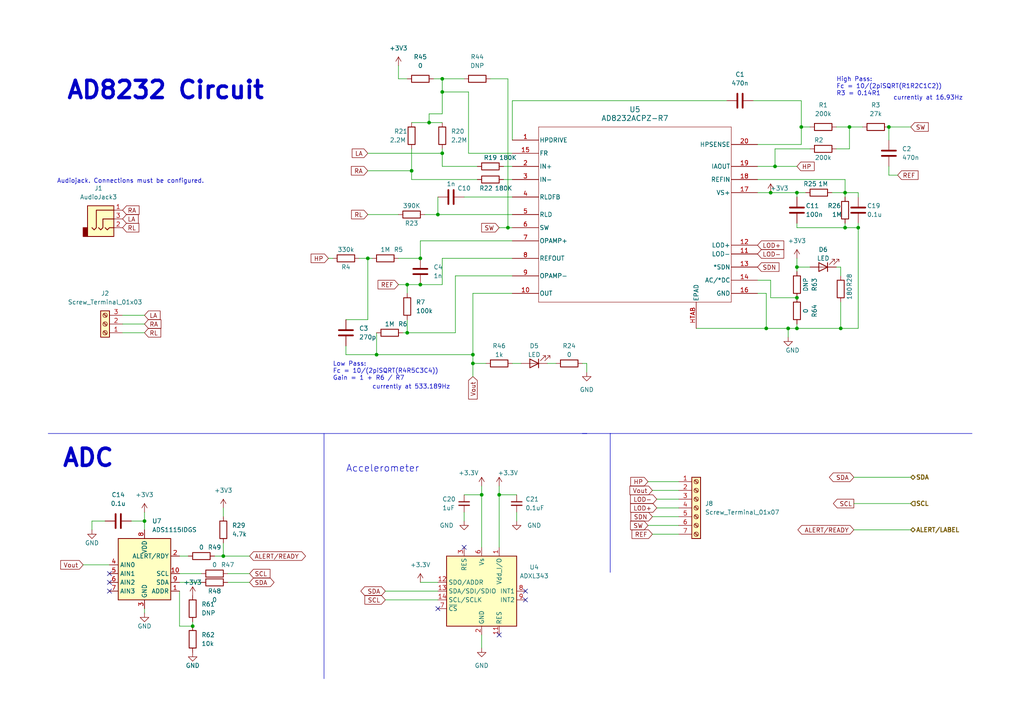
<source format=kicad_sch>
(kicad_sch (version 20230121) (generator eeschema)
  (paper "A4")
  (title_block (title "EMG Schematic") (company "Generate Product Development Studio"))
  (lib_symbols
    (symbol "AD8232ACPZ-R7:AD8232ACPZ-R7" (pin_names (offset 0.254))
      (property "Reference" "U5" (at 43.18 -1.27 0))
      (property "Value" "AD8232ACPZ-R7" (at 43.18 -3.81 0))
      (symbol "AD8232ACPZ-R7_0_1"
        (polyline (pts (xy 15.24 -57.15) (xy 71.12 -57.15)) (stroke (width 0.127)))
        (polyline (pts (xy 15.24 -6.35) (xy 15.24 -57.15)) (stroke (width 0.127)))
        (polyline (pts (xy 71.12 -57.15) (xy 71.12 -6.35)) (stroke (width 0.127)))
        (polyline (pts (xy 71.12 -6.35) (xy 15.24 -6.35)) (stroke (width 0.127)))
        (pin output line (at 7.62 -10.16 0) (length 7.62) (name "HPDRIVE") (number "1"))
        (pin output line (at 7.62 -54.61 0) (length 7.62) (name "OUT") (number "10"))
        (pin output line (at 78.74 -43.18 180) (length 7.62) (name "LOD-") (number "11"))
        (pin output line (at 78.74 -40.64 180) (length 7.62) (name "LOD+") (number "12"))
        (pin input line (at 78.74 -46.99 180) (length 7.62) (name "*SDN") (number "13"))
        (pin input line (at 78.74 -50.8 180) (length 7.62) (name "AC/*DC") (number "14"))
        (pin input line (at 7.62 -13.97 0) (length 7.62) (name "FR") (number "15"))
        (pin power_in line (at 78.74 -54.61 180) (length 7.62) (name "GND") (number "16"))
        (pin power_in line (at 78.74 -25.4 180) (length 7.62) (name "VS+") (number "17"))
        (pin input line (at 78.74 -21.59 180) (length 7.62) (name "REFIN") (number "18"))
        (pin output line (at 78.74 -17.78 180) (length 7.62) (name "IAOUT") (number "19"))
        (pin input line (at 7.62 -17.78 0) (length 7.62) (name "IN+") (number "2"))
        (pin input line (at 78.74 -11.43 180) (length 7.62) (name "HPSENSE") (number "20"))
        (pin input line (at 7.62 -21.59 0) (length 7.62) (name "IN-") (number "3"))
        (pin input line (at 7.62 -26.67 0) (length 7.62) (name "RLDFB") (number "4"))
        (pin output line (at 7.62 -31.75 0) (length 7.62) (name "RLD") (number "5"))
        (pin output line (at 7.62 -35.56 0) (length 7.62) (name "SW") (number "6"))
        (pin input line (at 7.62 -39.37 0) (length 7.62) (name "OPAMP+") (number "7"))
        (pin output line (at 7.62 -44.45 0) (length 7.62) (name "REFOUT") (number "8"))
        (pin input line (at 7.62 -49.53 0) (length 7.62) (name "OPAMP-") (number "9"))
        (pin unspecified line (at 60.96 -64.77 90) (length 7.62) (name "EPAD") (number "HTAB"))
      )
    )
    (symbol "Analog_ADC:ADS1115IDGS"
      (property "Reference" "U" (at 2.54 13.97 0))
      (property "Value" "ADS1115IDGS" (at 7.62 11.43 0))
      (symbol "ADS1115IDGS_0_1"
        (rectangle (start -7.62 10.16) (end 7.62 -7.62) (stroke (width 0.254)) (fill (type background)))
      )
      (symbol "ADS1115IDGS_1_1"
        (pin input line (at 10.16 -5.08 180) (length 2.54) (name "ADDR") (number "1"))
        (pin input line (at 10.16 0 180) (length 2.54) (name "SCL") (number "10"))
        (pin output line (at 10.16 5.08 180) (length 2.54) (name "ALERT/RDY") (number "2"))
        (pin power_in line (at 0 -10.16 90) (length 2.54) (name "GND") (number "3"))
        (pin input line (at -10.16 2.54 0) (length 2.54) (name "AIN0") (number "4"))
        (pin input line (at -10.16 0 0) (length 2.54) (name "AIN1") (number "5"))
        (pin input line (at -10.16 -2.54 0) (length 2.54) (name "AIN2") (number "6"))
        (pin input line (at -10.16 -5.08 0) (length 2.54) (name "AIN3") (number "7"))
        (pin power_in line (at 0 12.7 270) (length 2.54) (name "VDD") (number "8"))
        (pin bidirectional line (at 10.16 -2.54 180) (length 2.54) (name "SDA") (number "9"))
      )
    )
    (symbol "Connector:Screw_Terminal_01x03" (pin_names (offset 1.016) hide)
      (property "Reference" "J" (at 0 5.08 0))
      (property "Value" "Screw_Terminal_01x03" (at 0 -5.08 0))
      (symbol "Screw_Terminal_01x03_1_1"
        (rectangle (start -1.27 3.81) (end 1.27 -3.81) (stroke (width 0.254)) (fill (type background)))
        (circle (center 0 -2.54) (radius 0.635) (stroke (width 0.1524)))
        (polyline (pts (xy -0.5334 -2.2098) (xy 0.3302 -3.048)) (stroke (width 0.1524)))
        (polyline (pts (xy -0.5334 0.3302) (xy 0.3302 -0.508)) (stroke (width 0.1524)))
        (polyline (pts (xy -0.5334 2.8702) (xy 0.3302 2.032)) (stroke (width 0.1524)))
        (polyline (pts (xy -0.3556 -2.032) (xy 0.508 -2.8702)) (stroke (width 0.1524)))
        (polyline (pts (xy -0.3556 0.508) (xy 0.508 -0.3302)) (stroke (width 0.1524)))
        (polyline (pts (xy -0.3556 3.048) (xy 0.508 2.2098)) (stroke (width 0.1524)))
        (circle (center 0 0) (radius 0.635) (stroke (width 0.1524)))
        (circle (center 0 2.54) (radius 0.635) (stroke (width 0.1524)))
        (pin passive line (at -5.08 2.54 0) (length 3.81) (name "Pin_1") (number "1"))
        (pin passive line (at -5.08 0 0) (length 3.81) (name "Pin_2") (number "2"))
        (pin passive line (at -5.08 -2.54 0) (length 3.81) (name "Pin_3") (number "3"))
      )
    )
    (symbol "Connector:Screw_Terminal_01x07" (pin_names (offset 1.016) hide)
      (property "Reference" "J" (at 0 10.16 0))
      (property "Value" "Screw_Terminal_01x07" (at 0 -10.16 0))
      (symbol "Screw_Terminal_01x07_1_1"
        (rectangle (start -1.27 8.89) (end 1.27 -8.89) (stroke (width 0.254)) (fill (type background)))
        (circle (center 0 -7.62) (radius 0.635) (stroke (width 0.1524)))
        (circle (center 0 -5.08) (radius 0.635) (stroke (width 0.1524)))
        (circle (center 0 -2.54) (radius 0.635) (stroke (width 0.1524)))
        (polyline (pts (xy -0.5334 -7.2898) (xy 0.3302 -8.128)) (stroke (width 0.1524)))
        (polyline (pts (xy -0.5334 -4.7498) (xy 0.3302 -5.588)) (stroke (width 0.1524)))
        (polyline (pts (xy -0.5334 -2.2098) (xy 0.3302 -3.048)) (stroke (width 0.1524)))
        (polyline (pts (xy -0.5334 0.3302) (xy 0.3302 -0.508)) (stroke (width 0.1524)))
        (polyline (pts (xy -0.5334 2.8702) (xy 0.3302 2.032)) (stroke (width 0.1524)))
        (polyline (pts (xy -0.5334 5.4102) (xy 0.3302 4.572)) (stroke (width 0.1524)))
        (polyline (pts (xy -0.5334 7.9502) (xy 0.3302 7.112)) (stroke (width 0.1524)))
        (polyline (pts (xy -0.3556 -7.112) (xy 0.508 -7.9502)) (stroke (width 0.1524)))
        (polyline (pts (xy -0.3556 -4.572) (xy 0.508 -5.4102)) (stroke (width 0.1524)))
        (polyline (pts (xy -0.3556 -2.032) (xy 0.508 -2.8702)) (stroke (width 0.1524)))
        (polyline (pts (xy -0.3556 0.508) (xy 0.508 -0.3302)) (stroke (width 0.1524)))
        (polyline (pts (xy -0.3556 3.048) (xy 0.508 2.2098)) (stroke (width 0.1524)))
        (polyline (pts (xy -0.3556 5.588) (xy 0.508 4.7498)) (stroke (width 0.1524)))
        (polyline (pts (xy -0.3556 8.128) (xy 0.508 7.2898)) (stroke (width 0.1524)))
        (circle (center 0 0) (radius 0.635) (stroke (width 0.1524)))
        (circle (center 0 2.54) (radius 0.635) (stroke (width 0.1524)))
        (circle (center 0 5.08) (radius 0.635) (stroke (width 0.1524)))
        (circle (center 0 7.62) (radius 0.635) (stroke (width 0.1524)))
        (pin passive line (at -5.08 7.62 0) (length 3.81) (name "Pin_1") (number "1"))
        (pin passive line (at -5.08 5.08 0) (length 3.81) (name "Pin_2") (number "2"))
        (pin passive line (at -5.08 2.54 0) (length 3.81) (name "Pin_3") (number "3"))
        (pin passive line (at -5.08 0 0) (length 3.81) (name "Pin_4") (number "4"))
        (pin passive line (at -5.08 -2.54 0) (length 3.81) (name "Pin_5") (number "5"))
        (pin passive line (at -5.08 -5.08 0) (length 3.81) (name "Pin_6") (number "6"))
        (pin passive line (at -5.08 -7.62 0) (length 3.81) (name "Pin_7") (number "7"))
      )
    )
    (symbol "Connector_Audio:AudioJack3"
      (property "Reference" "J1" (at -1.905 8.89 0))
      (property "Value" "AudioJack3" (at -1.905 6.35 0))
      (symbol "AudioJack3_0_1"
        (rectangle (start -5.08 -5.08) (end -6.35 -2.54) (stroke (width 0.254)) (fill (type outline)))
        (polyline (pts (xy 0 -2.54) (xy 0.635 -3.175) (xy 1.27 -2.54) (xy 2.54 -2.54)) (stroke (width 0.254)))
        (polyline (pts (xy -1.905 -2.54) (xy -1.27 -3.175) (xy -0.635 -2.54) (xy -0.635 0) (xy 2.54 0)) (stroke (width 0.254)))
        (polyline (pts (xy 2.54 2.54) (xy -2.54 2.54) (xy -2.54 -2.54) (xy -3.175 -3.175) (xy -3.81 -2.54)) (stroke (width 0.254)))
        (rectangle (start 2.54 3.81) (end -5.08 -5.08) (stroke (width 0.254)) (fill (type background)))
      )
      (symbol "AudioJack3_1_1"
        (pin passive line (at 5.08 2.54 180) (length 2.54) (name "~") (number "1"))
        (pin passive line (at 5.08 -2.54 180) (length 2.54) (name "~") (number "2"))
        (pin passive line (at 5.08 0 180) (length 2.54) (name "~") (number "3"))
      )
    )
    (symbol "Device:C" (pin_numbers hide) (pin_names (offset 0.254))
      (property "Reference" "C" (at 0.635 2.54 0))
      (property "Value" "C" (at 0.635 -2.54 0))
      (symbol "C_0_1"
        (polyline (pts (xy -2.032 -0.762) (xy 2.032 -0.762)) (stroke (width 0.508)))
        (polyline (pts (xy -2.032 0.762) (xy 2.032 0.762)) (stroke (width 0.508)))
      )
      (symbol "C_1_1"
        (pin passive line (at 0 3.81 270) (length 2.794) (name "~") (number "1"))
        (pin passive line (at 0 -3.81 90) (length 2.794) (name "~") (number "2"))
      )
    )
    (symbol "Device:C_Small" (pin_numbers hide) (pin_names (offset 0.254) hide)
      (property "Reference" "C" (at 0.254 1.778 0))
      (property "Value" "C_Small" (at 0.254 -2.032 0))
      (symbol "C_Small_0_1"
        (polyline (pts (xy -1.524 -0.508) (xy 1.524 -0.508)) (stroke (width 0.3302)))
        (polyline (pts (xy -1.524 0.508) (xy 1.524 0.508)) (stroke (width 0.3048)))
      )
      (symbol "C_Small_1_1"
        (pin passive line (at 0 2.54 270) (length 2.032) (name "~") (number "1"))
        (pin passive line (at 0 -2.54 90) (length 2.032) (name "~") (number "2"))
      )
    )
    (symbol "Device:LED" (pin_numbers hide) (pin_names (offset 1.016) hide)
      (property "Reference" "D" (at 0 2.54 0))
      (property "Value" "LED" (at 0 -2.54 0))
      (symbol "LED_0_1"
        (polyline (pts (xy -1.27 -1.27) (xy -1.27 1.27)) (stroke (width 0.254)))
        (polyline (pts (xy -1.27 0) (xy 1.27 0)))
        (polyline (pts (xy 1.27 -1.27) (xy 1.27 1.27) (xy -1.27 0) (xy 1.27 -1.27)) (stroke (width 0.254)))
        (polyline (pts (xy -3.048 -0.762) (xy -4.572 -2.286) (xy -3.81 -2.286) (xy -4.572 -2.286) (xy -4.572 -1.524)))
        (polyline (pts (xy -1.778 -0.762) (xy -3.302 -2.286) (xy -2.54 -2.286) (xy -3.302 -2.286) (xy -3.302 -1.524)))
      )
      (symbol "LED_1_1"
        (pin passive line (at -3.81 0 0) (length 2.54) (name "K") (number "1"))
        (pin passive line (at 3.81 0 180) (length 2.54) (name "A") (number "2"))
      )
    )
    (symbol "Device:R" (pin_numbers hide) (pin_names (offset 0))
      (property "Reference" "R" (at 2.032 0 90))
      (property "Value" "R" (at 0 0 90))
      (symbol "R_0_1"
        (rectangle (start -1.016 -2.54) (end 1.016 2.54) (stroke (width 0.254)))
      )
      (symbol "R_1_1"
        (pin passive line (at 0 3.81 270) (length 1.27) (name "~") (number "1"))
        (pin passive line (at 0 -3.81 90) (length 1.27) (name "~") (number "2"))
      )
    )
    (symbol "Sensor_Motion:ADXL343"
      (property "Reference" "U" (at -8.89 11.43 0))
      (property "Value" "ADXL343" (at -7.62 -11.43 0))
      (symbol "ADXL343_0_1"
        (rectangle (start -10.16 10.16) (end 10.16 -10.16) (stroke (width 0.254)) (fill (type background)))
      )
      (symbol "ADXL343_1_1"
        (pin power_in line (at 5.08 12.7 270) (length 2.54) (name "Vdd_I/O") (number "1"))
        (pin no_connect line (at -5.08 -10.16 90) (length 2.54) hide (name "NC") (number "10"))
        (pin passive line (at 5.08 -12.7 90) (length 2.54) (name "RES") (number "11"))
        (pin bidirectional line (at -12.7 2.54 0) (length 2.54) (name "SDO/ADDR") (number "12"))
        (pin bidirectional line (at -12.7 0 0) (length 2.54) (name "SDA/SDI/SDIO") (number "13"))
        (pin input line (at -12.7 -2.54 0) (length 2.54) (name "SCL/SCLK") (number "14"))
        (pin power_in line (at 0 -12.7 90) (length 2.54) (name "GND") (number "2"))
        (pin passive line (at -5.08 12.7 270) (length 2.54) (name "RES") (number "3"))
        (pin passive line (at 0 -12.7 90) (length 2.54) hide (name "GND") (number "4"))
        (pin passive line (at 0 -12.7 90) (length 2.54) hide (name "GND") (number "5"))
        (pin power_in line (at 0 12.7 270) (length 2.54) (name "Vs") (number "6"))
        (pin input line (at -12.7 -5.08 0) (length 2.54) (name "~{CS}") (number "7"))
        (pin output line (at 12.7 0 180) (length 2.54) (name "INT1") (number "8"))
        (pin output line (at 12.7 -2.54 180) (length 2.54) (name "INT2") (number "9"))
      )
    )
    (symbol "power:+3.3V" (power) (pin_names (offset 0))
      (property "Value" "+3.3V" (at 0 3.556 0))
      (symbol "+3.3V_0_1"
        (polyline (pts (xy -0.762 1.27) (xy 0 2.54)))
        (polyline (pts (xy 0 0) (xy 0 2.54)))
        (polyline (pts (xy 0 2.54) (xy 0.762 1.27)))
      )
      (symbol "+3.3V_1_1"
        (pin power_in line (at 0 0 90) (length 0) hide (name "+3.3V") (number "1"))
      )
    )
    (symbol "power:+3V3" (power) (pin_names (offset 0))
      (property "Value" "+3V3" (at 0 3.556 0))
      (symbol "+3V3_0_1"
        (polyline (pts (xy -0.762 1.27) (xy 0 2.54)))
        (polyline (pts (xy 0 0) (xy 0 2.54)))
        (polyline (pts (xy 0 2.54) (xy 0.762 1.27)))
      )
      (symbol "+3V3_1_1"
        (pin power_in line (at 0 0 90) (length 0) hide (name "+3V3") (number "1"))
      )
    )
    (symbol "power:GND" (power) (pin_names (offset 0))
      (property "Value" "GND" (at 0 -3.81 0))
      (symbol "GND_0_1"
        (polyline (pts (xy 0 0) (xy 0 -1.27) (xy 1.27 -1.27) (xy 0 -2.54) (xy -1.27 -1.27) (xy 0 -1.27)))
      )
      (symbol "GND_1_1"
        (pin power_in line (at 0 0 270) (length 0) hide (name "GND") (number "1"))
      )
    )
  )
  (junction (at 222.25 95.25))
  (junction (at 124.46 35.56))
  (junction (at 128.27 22.86))
  (junction (at 137.16 102.87))
  (junction (at 144.78 143.51))
  (junction (at 128.27 26.67))
  (junction (at 246.38 36.83))
  (junction (at 231.14 95.25))
  (junction (at 119.38 49.53))
  (junction (at 245.11 66.04))
  (junction (at 228.6 95.25))
  (junction (at 248.92 66.04))
  (junction (at 121.92 74.93))
  (junction (at 231.14 77.47))
  (junction (at 137.16 105.41))
  (junction (at 257.81 36.83))
  (junction (at 243.84 95.25))
  (junction (at 118.11 82.55))
  (junction (at 139.7 143.51))
  (junction (at 147.32 66.04))
  (junction (at 245.11 55.88))
  (junction (at 121.92 82.55))
  (junction (at 127 62.23))
  (junction (at 223.52 55.88))
  (junction (at 109.22 102.87))
  (junction (at 106.68 74.93))
  (junction (at 231.14 86.36))
  (junction (at 128.27 44.45))
  (junction (at 55.88 181.61))
  (junction (at 232.41 36.83))
  (junction (at 64.77 161.29))
  (junction (at 118.11 96.52))
  (junction (at 41.91 151.13))
  (junction (at 231.14 55.88))
  (junction (at 224.79 48.26))
  (no_connect (at 127 176.53))
  (no_connect (at 152.4 171.45))
  (no_connect (at 31.75 171.45))
  (no_connect (at 31.75 168.91))
  (no_connect (at 152.4 173.99))
  (no_connect (at 134.62 158.75))
  (no_connect (at 31.75 166.37))
  (no_connect (at 144.78 184.15))
  (wire (pts (xy 119.38 52.07) (xy 119.38 49.53)))
  (wire (pts (xy 243.84 95.25) (xy 243.84 87.63)))
  (wire (pts (xy 257.81 36.83) (xy 264.16 36.83)))
  (wire (pts (xy 231.14 64.77) (xy 231.14 66.04)))
  (polyline (pts (xy 13.97 125.73) (xy 170.18 125.73)))
  (wire (pts (xy 228.6 97.79) (xy 228.6 95.25)))
  (wire (pts (xy 219.71 55.88) (xy 223.52 55.88)))
  (wire (pts (xy 118.11 96.52) (xy 132.08 96.52)))
  (wire (pts (xy 246.38 36.83) (xy 246.38 43.18)))
  (wire (pts (xy 119.38 43.18) (xy 119.38 49.53)))
  (wire (pts (xy 245.11 66.04) (xy 248.92 66.04)))
  (wire (pts (xy 137.16 105.41) (xy 140.97 105.41)))
  (wire (pts (xy 121.92 168.91) (xy 127 168.91)))
  (wire (pts (xy 118.11 92.71) (xy 118.11 96.52)))
  (wire (pts (xy 52.07 161.29) (xy 54.61 161.29)))
  (wire (pts (xy 135.89 26.67) (xy 128.27 26.67)))
  (wire (pts (xy 118.11 82.55) (xy 118.11 85.09)))
  (wire (pts (xy 121.92 82.55) (xy 118.11 82.55)))
  (wire (pts (xy 147.32 66.04) (xy 148.59 66.04)))
  (wire (pts (xy 100.33 102.87) (xy 109.22 102.87)))
  (wire (pts (xy 242.57 36.83) (xy 246.38 36.83)))
  (wire (pts (xy 52.07 166.37) (xy 58.42 166.37)))
  (wire (pts (xy 147.32 66.04) (xy 147.32 22.86)))
  (wire (pts (xy 41.91 151.13) (xy 41.91 153.67)))
  (wire (pts (xy 52.07 181.61) (xy 55.88 181.61)))
  (wire (pts (xy 106.68 92.71) (xy 100.33 92.71)))
  (wire (pts (xy 224.79 43.18) (xy 234.95 43.18)))
  (wire (pts (xy 231.14 77.47) (xy 234.95 77.47)))
  (wire (pts (xy 116.84 96.52) (xy 118.11 96.52)))
  (wire (pts (xy 231.14 66.04) (xy 245.11 66.04)))
  (wire (pts (xy 26.67 151.13) (xy 26.67 153.67)))
  (wire (pts (xy 66.04 168.91) (xy 72.39 168.91)))
  (wire (pts (xy 242.57 43.18) (xy 246.38 43.18)))
  (wire (pts (xy 111.76 171.45) (xy 127 171.45)))
  (wire (pts (xy 232.41 41.91) (xy 232.41 36.83)))
  (wire (pts (xy 170.18 105.41) (xy 170.18 107.95)))
  (wire (pts (xy 128.27 33.02) (xy 124.46 33.02)))
  (wire (pts (xy 128.27 44.45) (xy 128.27 48.26)))
  (wire (pts (xy 219.71 48.26) (xy 224.79 48.26)))
  (wire (pts (xy 64.77 147.32) (xy 64.77 149.86)))
  (wire (pts (xy 138.43 52.07) (xy 119.38 52.07)))
  (wire (pts (xy 248.92 64.77) (xy 248.92 66.04)))
  (wire (pts (xy 41.91 177.8) (xy 41.91 176.53)))
  (wire (pts (xy 128.27 43.18) (xy 128.27 44.45)))
  (wire (pts (xy 219.71 52.07) (xy 245.11 52.07)))
  (wire (pts (xy 41.91 151.13) (xy 41.91 148.59)))
  (wire (pts (xy 147.32 22.86) (xy 142.24 22.86)))
  (wire (pts (xy 137.16 102.87) (xy 137.16 105.41)))
  (wire (pts (xy 104.14 74.93) (xy 106.68 74.93)))
  (wire (pts (xy 246.38 36.83) (xy 250.19 36.83)))
  (wire (pts (xy 257.81 48.26) (xy 257.81 50.8)))
  (wire (pts (xy 115.57 19.05) (xy 115.57 22.86)))
  (wire (pts (xy 121.92 69.85) (xy 148.59 69.85)))
  (wire (pts (xy 38.1 151.13) (xy 41.91 151.13)))
  (wire (pts (xy 148.59 44.45) (xy 135.89 44.45)))
  (wire (pts (xy 245.11 52.07) (xy 245.11 55.88)))
  (wire (pts (xy 109.22 102.87) (xy 137.16 102.87)))
  (wire (pts (xy 124.46 35.56) (xy 128.27 35.56)))
  (wire (pts (xy 248.92 57.15) (xy 248.92 55.88)))
  (wire (pts (xy 231.14 74.93) (xy 231.14 77.47)))
  (wire (pts (xy 55.88 180.34) (xy 55.88 181.61)))
  (wire (pts (xy 139.7 143.51) (xy 139.7 158.75)))
  (wire (pts (xy 30.48 151.13) (xy 26.67 151.13)))
  (wire (pts (xy 137.16 105.41) (xy 137.16 109.22)))
  (wire (pts (xy 138.43 48.26) (xy 128.27 48.26)))
  (wire (pts (xy 144.78 143.51) (xy 149.86 143.51)))
  (wire (pts (xy 228.6 95.25) (xy 222.25 95.25)))
  (wire (pts (xy 224.79 43.18) (xy 224.79 48.26)))
  (wire (pts (xy 189.23 142.24) (xy 196.85 142.24)))
  (wire (pts (xy 241.3 55.88) (xy 245.11 55.88)))
  (wire (pts (xy 231.14 77.47) (xy 231.14 78.74)))
  (wire (pts (xy 124.46 33.02) (xy 124.46 35.56)))
  (wire (pts (xy 219.71 41.91) (xy 232.41 41.91)))
  (wire (pts (xy 106.68 62.23) (xy 115.57 62.23)))
  (wire (pts (xy 148.59 29.21) (xy 148.59 40.64)))
  (wire (pts (xy 128.27 82.55) (xy 121.92 82.55)))
  (wire (pts (xy 190.5 144.78) (xy 196.85 144.78)))
  (wire (pts (xy 257.81 50.8) (xy 260.35 50.8)))
  (wire (pts (xy 247.65 146.05) (xy 264.16 146.05)))
  (wire (pts (xy 52.07 168.91) (xy 58.42 168.91)))
  (wire (pts (xy 66.04 166.37) (xy 72.39 166.37)))
  (wire (pts (xy 243.84 95.25) (xy 248.92 95.25)))
  (wire (pts (xy 128.27 74.93) (xy 128.27 82.55)))
  (wire (pts (xy 148.59 29.21) (xy 210.82 29.21)))
  (wire (pts (xy 232.41 36.83) (xy 234.95 36.83)))
  (polyline (pts (xy 168.91 125.73) (xy 170.18 125.73)))
  (wire (pts (xy 187.96 139.7) (xy 196.85 139.7)))
  (wire (pts (xy 123.19 62.23) (xy 127 62.23)))
  (wire (pts (xy 231.14 55.88) (xy 233.68 55.88)))
  (wire (pts (xy 223.52 81.28) (xy 223.52 86.36)))
  (wire (pts (xy 146.05 52.07) (xy 148.59 52.07)))
  (wire (pts (xy 139.7 140.97) (xy 139.7 143.51)))
  (wire (pts (xy 148.59 85.09) (xy 137.16 85.09)))
  (wire (pts (xy 96.52 74.93) (xy 95.25 74.93)))
  (wire (pts (xy 128.27 22.86) (xy 128.27 26.67)))
  (wire (pts (xy 189.23 154.94) (xy 196.85 154.94)))
  (wire (pts (xy 106.68 44.45) (xy 128.27 44.45)))
  (wire (pts (xy 128.27 22.86) (xy 134.62 22.86)))
  (wire (pts (xy 127 62.23) (xy 148.59 62.23)))
  (wire (pts (xy 144.78 66.04) (xy 147.32 66.04)))
  (wire (pts (xy 248.92 55.88) (xy 245.11 55.88)))
  (wire (pts (xy 119.38 35.56) (xy 124.46 35.56)))
  (wire (pts (xy 106.68 74.93) (xy 106.68 92.71)))
  (wire (pts (xy 128.27 33.02) (xy 128.27 26.67)))
  (wire (pts (xy 228.6 95.25) (xy 231.14 95.25)))
  (polyline (pts (xy 176.9872 166.0144) (xy 176.9872 125.73)))
  (polyline (pts (xy 170.18 125.73) (xy 281.94 125.73)))
  (wire (pts (xy 248.92 66.04) (xy 248.92 95.25)))
  (wire (pts (xy 219.71 81.28) (xy 223.52 81.28)))
  (wire (pts (xy 223.52 55.88) (xy 231.14 55.88)))
  (wire (pts (xy 119.38 49.53) (xy 106.68 49.53)))
  (polyline (pts (xy 176.9872 125.73) (xy 177.0888 125.73)))
  (wire (pts (xy 135.89 44.45) (xy 135.89 26.67)))
  (wire (pts (xy 231.14 93.98) (xy 231.14 95.25)))
  (wire (pts (xy 232.41 29.21) (xy 232.41 36.83)))
  (wire (pts (xy 146.05 48.26) (xy 148.59 48.26)))
  (wire (pts (xy 139.7 184.15) (xy 139.7 187.96)))
  (wire (pts (xy 231.14 55.88) (xy 231.14 57.15)))
  (wire (pts (xy 115.57 22.86) (xy 118.11 22.86)))
  (wire (pts (xy 134.62 143.51) (xy 139.7 143.51)))
  (wire (pts (xy 35.56 91.44) (xy 41.91 91.44)))
  (wire (pts (xy 52.07 171.45) (xy 52.07 181.61)))
  (wire (pts (xy 100.33 100.33) (xy 100.33 102.87)))
  (wire (pts (xy 247.65 153.67) (xy 264.16 153.67)))
  (wire (pts (xy 109.22 96.52) (xy 109.22 102.87)))
  (wire (pts (xy 125.73 22.86) (xy 128.27 22.86)))
  (polyline (pts (xy 93.98 125.73) (xy 93.98 196.85)))
  (wire (pts (xy 127 57.15) (xy 127 62.23)))
  (wire (pts (xy 144.78 140.97) (xy 144.78 143.51)))
  (wire (pts (xy 223.52 86.36) (xy 231.14 86.36)))
  (wire (pts (xy 218.44 29.21) (xy 232.41 29.21)))
  (wire (pts (xy 190.5 147.32) (xy 196.85 147.32)))
  (wire (pts (xy 257.81 36.83) (xy 257.81 40.64)))
  (wire (pts (xy 149.86 148.59) (xy 149.86 151.13)))
  (wire (pts (xy 35.56 93.98) (xy 41.91 93.98)))
  (wire (pts (xy 134.62 57.15) (xy 148.59 57.15)))
  (wire (pts (xy 245.11 55.88) (xy 245.11 57.15)))
  (wire (pts (xy 222.25 85.09) (xy 222.25 95.25)))
  (wire (pts (xy 128.27 74.93) (xy 148.59 74.93)))
  (wire (pts (xy 62.23 161.29) (xy 64.77 161.29)))
  (wire (pts (xy 134.62 148.59) (xy 134.62 151.13)))
  (wire (pts (xy 168.91 105.41) (xy 170.18 105.41)))
  (wire (pts (xy 247.65 138.43) (xy 264.16 138.43)))
  (wire (pts (xy 106.68 74.93) (xy 107.95 74.93)))
  (wire (pts (xy 132.08 96.52) (xy 132.08 80.01)))
  (wire (pts (xy 35.56 96.52) (xy 41.91 96.52)))
  (wire (pts (xy 115.57 82.55) (xy 118.11 82.55)))
  (wire (pts (xy 144.78 143.51) (xy 144.78 158.75)))
  (wire (pts (xy 148.59 105.41) (xy 151.13 105.41)))
  (wire (pts (xy 231.14 95.25) (xy 243.84 95.25)))
  (wire (pts (xy 111.76 173.99) (xy 127 173.99)))
  (wire (pts (xy 201.93 95.25) (xy 222.25 95.25)))
  (wire (pts (xy 187.96 152.4) (xy 196.85 152.4)))
  (wire (pts (xy 219.71 85.09) (xy 222.25 85.09)))
  (wire (pts (xy 64.77 161.29) (xy 72.39 161.29)))
  (wire (pts (xy 24.13 163.83) (xy 31.75 163.83)))
  (wire (pts (xy 224.79 48.26) (xy 231.14 48.26)))
  (wire (pts (xy 132.08 80.01) (xy 148.59 80.01)))
  (wire (pts (xy 158.75 105.41) (xy 161.29 105.41)))
  (wire (pts (xy 189.23 149.86) (xy 196.85 149.86)))
  (wire (pts (xy 64.77 157.48) (xy 64.77 161.29)))
  (wire (pts (xy 137.16 85.09) (xy 137.16 102.87)))
  (wire (pts (xy 243.84 77.47) (xy 243.84 80.01)))
  (wire (pts (xy 242.57 77.47) (xy 243.84 77.47)))
  (wire (pts (xy 245.11 64.77) (xy 245.11 66.04)))
  (wire (pts (xy 121.92 69.85) (xy 121.92 74.93)))
  (wire (pts (xy 115.57 74.93) (xy 121.92 74.93)))
  (text "Low Pass: \nFc = 10/(2piSQRT(R4R5C3C4))\nGain = 1 + R6 / R7" (at 96.52 110.49 0) (effects (font (size 1.27 1.27)) (justify left bottom)))
  (text "currently at 533.189Hz" (at 107.95 113.03 0) (effects (font (size 1.27 1.27)) (justify left bottom)))
  (text "Audiojack. Connections must be configured." (at 16.51 53.34 0) (effects (font (size 1.27 1.27)) (justify left bottom)))
  (text "currently at 16.93Hz" (at 259.08 29.21 0) (effects (font (size 1.27 1.27)) (justify left bottom)))
  (text "AD8232 Circuit" (at 19.05 29.21 0) (effects (font (size 5 5) (thickness 1) bold) (justify left bottom)))
  (text "Accelerometer" (at 100.33 137.16 0) (effects (font (size 2 2)) (justify left bottom)))
  (text "High Pass: \nFc = 10/(2piSQRT(R1R2C1C2))\nR3 = 0.14R1" (at 242.57 27.94 0) (effects (font (size 1.27 1.27)) (justify left bottom)))
  (text "ADC" (at 17.78 135.89 0) (effects (font (size 5 5) bold) (justify left bottom)))
  (global_label "Vout" (shape input) (at 189.23 142.24 180) (property "Intersheetrefs" "${INTERSHEET_REFS}" (effects hide)))
  (global_label "RA" (shape input) (at 35.56 60.96 0) (property "Intersheetrefs" "${INTERSHEET_REFS}" (effects hide)))
  (global_label "SCL" (shape input) (at 72.39 166.37 0) (property "Intersheetrefs" "${INTERSHEET_REFS}" (effects hide)))
  (global_label "SCL" (shape output) (at 247.65 146.05 180) (property "Intersheetrefs" "${INTERSHEET_REFS}" (effects hide)))
  (global_label "LOD-" (shape input) (at 219.71 73.66 0) (property "Intersheetrefs" "${INTERSHEET_REFS}" (effects hide)))
  (global_label "REF" (shape input) (at 260.35 50.8 0) (property "Intersheetrefs" "${INTERSHEET_REFS}" (effects hide)))
  (global_label "ALERT{slash}READY" (shape bidirectional) (at 72.39 161.29 0) (property "Intersheetrefs" "${INTERSHEET_REFS}" (effects hide)))
  (global_label "SDA" (shape bidirectional) (at 111.76 171.45 180) (property "Intersheetrefs" "${INTERSHEET_REFS}" (effects hide)))
  (global_label "Vout" (shape input) (at 24.13 163.83 180) (property "Intersheetrefs" "${INTERSHEET_REFS}" (effects hide)))
  (global_label "SDA" (shape bidirectional) (at 247.65 138.43 180) (property "Intersheetrefs" "${INTERSHEET_REFS}" (effects hide)))
  (global_label "LOD-" (shape input) (at 190.5 144.78 180) (property "Intersheetrefs" "${INTERSHEET_REFS}" (effects hide)))
  (global_label "SW" (shape input) (at 144.78 66.04 180) (property "Intersheetrefs" "${INTERSHEET_REFS}" (effects hide)))
  (global_label "LA" (shape input) (at 106.68 44.45 180) (property "Intersheetrefs" "${INTERSHEET_REFS}" (effects hide)))
  (global_label "HP" (shape input) (at 95.25 74.93 180) (property "Intersheetrefs" "${INTERSHEET_REFS}" (effects hide)))
  (global_label "RL" (shape input) (at 106.68 62.23 180) (property "Intersheetrefs" "${INTERSHEET_REFS}" (effects hide)))
  (global_label "Vout" (shape input) (at 137.16 109.22 270) (property "Intersheetrefs" "${INTERSHEET_REFS}" (effects hide)))
  (global_label "LOD+" (shape input) (at 190.5 147.32 180) (property "Intersheetrefs" "${INTERSHEET_REFS}" (effects hide)))
  (global_label "REF" (shape input) (at 115.57 82.55 180) (property "Intersheetrefs" "${INTERSHEET_REFS}" (effects hide)))
  (global_label "HP" (shape input) (at 231.14 48.26 0) (property "Intersheetrefs" "${INTERSHEET_REFS}" (effects hide)))
  (global_label "REF" (shape input) (at 189.23 154.94 180) (property "Intersheetrefs" "${INTERSHEET_REFS}" (effects hide)))
  (global_label "RL" (shape input) (at 35.56 66.04 0) (property "Intersheetrefs" "${INTERSHEET_REFS}" (effects hide)))
  (global_label "ALERT{slash}READY" (shape bidirectional) (at 247.65 153.67 180) (property "Intersheetrefs" "${INTERSHEET_REFS}" (effects hide)))
  (global_label "SW" (shape input) (at 187.96 152.4 180) (property "Intersheetrefs" "${INTERSHEET_REFS}" (effects hide)))
  (global_label "LA" (shape input) (at 35.56 63.5 0) (property "Intersheetrefs" "${INTERSHEET_REFS}" (effects hide)))
  (global_label "RA" (shape input) (at 41.91 93.98 0) (property "Intersheetrefs" "${INTERSHEET_REFS}" (effects hide)))
  (global_label "LA" (shape input) (at 41.91 91.44 0) (property "Intersheetrefs" "${INTERSHEET_REFS}" (effects hide)))
  (global_label "SW" (shape input) (at 264.16 36.83 0) (property "Intersheetrefs" "${INTERSHEET_REFS}" (effects hide)))
  (global_label "RL" (shape input) (at 41.91 96.52 0) (property "Intersheetrefs" "${INTERSHEET_REFS}" (effects hide)))
  (global_label "LOD+" (shape input) (at 219.71 71.12 0) (property "Intersheetrefs" "${INTERSHEET_REFS}" (effects hide)))
  (global_label "SDN" (shape input) (at 219.71 77.47 0) (property "Intersheetrefs" "${INTERSHEET_REFS}" (effects hide)))
  (global_label "SDN" (shape input) (at 189.23 149.86 180) (property "Intersheetrefs" "${INTERSHEET_REFS}" (effects hide)))
  (global_label "RA" (shape input) (at 106.68 49.53 180) (property "Intersheetrefs" "${INTERSHEET_REFS}" (effects hide)))
  (global_label "SDA" (shape bidirectional) (at 72.39 168.91 0) (property "Intersheetrefs" "${INTERSHEET_REFS}" (effects hide)))
  (global_label "SCL" (shape input) (at 111.76 173.99 180) (property "Intersheetrefs" "${INTERSHEET_REFS}" (effects hide)))
  (global_label "HP" (shape input) (at 187.96 139.7 180) (property "Intersheetrefs" "${INTERSHEET_REFS}" (effects hide)))
  (hierarchical_label "ALERT{slash}LABEL" (shape bidirectional) (at 264.16 153.67 0) (effects (font bold)))
  (hierarchical_label "SCL" (shape input) (at 264.16 146.05 0) (effects (font bold)))
  (hierarchical_label "SDA" (shape bidirectional) (at 264.16 138.43 0) (effects (font bold)))
  (symbol (lib_id "Device:R") (at 62.23 166.37 90) (unit 1)
    (property "Reference" "R47" (at 66.04 163.83 90))
    (property "Value" "0" (at 62.23 163.83 90))
    (property "Footprint" "Resistor_SMD:R_0805_2012Metric" (effects hide))
  )
  (symbol (lib_id "Connector:Screw_Terminal_01x03") (at 30.48 93.98 180) (unit 1)
    (property "Reference" "J2" (at 30.48 85.09 0))
    (property "Value" "Screw_Terminal_01x03" (at 30.48 87.63 0))
    (property "Footprint" "Connector_PinHeader_2.54mm:PinHeader_1x03_P2.54mm_Vertical" (effects hide))
  )
  (symbol (lib_id "power:+3.3V") (at 144.78 140.97 0) (unit 1)
    (property "Reference" "#PWR073" (effects hide))
    (property "Value" "+3.3V" (at 147.32 137.16 0))
  )
  (symbol (lib_id "Device:C") (at 100.33 96.52 180) (unit 1)
    (property "Reference" "C3" (at 104.14 95.25 0) (effects (justify right)))
    (property "Value" "270p" (at 104.14 97.79 0) (effects (justify right)))
    (property "Footprint" "Capacitor_SMD:C_0805_2012Metric" (effects hide))
  )
  (symbol (lib_id "Device:C_Small") (at 149.86 146.05 0) (unit 1)
    (property "Reference" "C21" (at 152.4 144.7863 0) (effects (justify left)))
    (property "Value" "0.1uF" (at 152.4 147.3263 0) (effects (justify left)))
  )
  (symbol (lib_id "AD8232ACPZ-R7:AD8232ACPZ-R7") (at 140.97 30.48 0) (unit 1)
    (property "Reference" "U5" (at 184.15 31.75 0) (effects (font (size 1.524 1.524))))
    (property "Value" "AD8232ACPZ-R7" (at 184.15 34.29 0) (effects (font (size 1.524 1.524))))
    (property "Footprint" "AD8232ACPZ-R7:CP_20_10_ADI" (effects hide))
    (property "Datasheet" "AD8232ACPZ-R7" (effects hide))
  )
  (symbol (lib_id "Device:LED") (at 238.76 77.47 180) (unit 1)
    (property "Reference" "D6" (at 238.76 72.39 0))
    (property "Value" "LED" (at 238.76 74.93 0))
    (property "Footprint" "LED_THT:LED_D1.8mm_W3.3mm_H2.4mm" (effects hide))
  )
  (symbol (lib_id "Connector:Screw_Terminal_01x07") (at 201.93 147.32 0) (unit 1)
    (property "Reference" "J8" (at 204.47 146.05 0) (effects (justify left)))
    (property "Value" "Screw_Terminal_01x07" (at 204.47 148.59 0) (effects (justify left)))
    (property "Footprint" "Connector_PinHeader_2.54mm:PinHeader_1x07_P2.54mm_Vertical" (effects hide))
  )
  (symbol (lib_id "Analog_ADC:ADS1115IDGS") (at 41.91 166.37 0) (unit 1)
    (property "Reference" "U7" (at 44.1041 151.13 0) (effects (justify left)))
    (property "Value" "ADS1115IDGS" (at 44.1041 153.67 0) (effects (justify left)))
    (property "Footprint" "Package_SO:TSSOP-10_3x3mm_P0.5mm" (effects hide))
    (property "Datasheet" "http://www.ti.com/lit/ds/symlink/ads1113.pdf" (effects hide))
  )
  (symbol (lib_id "Device:R") (at 245.11 60.96 0) (unit 1)
    (property "Reference" "R26" (at 240.03 59.69 0) (effects (justify left)))
    (property "Value" "1M" (at 241.3 62.23 0) (effects (justify left)))
    (property "Footprint" "Resistor_SMD:R_0805_2012Metric" (effects hide))
  )
  (symbol (lib_id "Device:C") (at 214.63 29.21 90) (unit 1)
    (property "Reference" "C1" (at 214.63 21.59 90))
    (property "Value" "470n" (at 214.63 24.13 90))
    (property "Footprint" "Capacitor_SMD:C_0805_2012Metric" (effects hide))
  )
  (symbol (lib_id "Device:R") (at 237.49 55.88 90) (unit 1)
    (property "Reference" "R25" (at 234.95 53.34 90))
    (property "Value" "1M" (at 238.76 53.34 90))
    (property "Footprint" "Resistor_SMD:R_0805_2012Metric" (effects hide))
  )
  (symbol (lib_id "Device:R") (at 138.43 22.86 270) (mirror x) (unit 1)
    (property "Reference" "R44" (at 138.43 16.51 90))
    (property "Value" "DNP" (at 138.43 19.05 90))
    (property "Footprint" "Resistor_SMD:R_0805_2012Metric" (effects hide))
  )
  (symbol (lib_id "Device:R") (at 231.14 90.17 0) (unit 1)
    (property "Reference" "R64" (at 236.22 90.17 90))
    (property "Value" "0" (at 233.68 90.17 90))
    (property "Footprint" "Resistor_SMD:R_0805_2012Metric" (effects hide))
  )
  (symbol (lib_id "power:+3V3") (at 115.57 19.05 0) (unit 1)
    (property "Reference" "#PWR058" (effects hide))
    (property "Value" "+3V3" (at 115.57 13.97 0))
  )
  (symbol (lib_id "power:GND") (at 26.67 153.67 0) (unit 1)
    (property "Reference" "#PWR057" (effects hide))
    (property "Value" "GND" (at 26.67 157.48 0))
  )
  (symbol (lib_id "Device:R") (at 142.24 52.07 90) (unit 1)
    (property "Reference" "R22" (at 140.97 54.61 90))
    (property "Value" "180K" (at 146.05 54.61 90))
    (property "Footprint" "Resistor_SMD:R_0805_2012Metric" (effects hide))
  )
  (symbol (lib_id "Device:R") (at 113.03 96.52 90) (unit 1)
    (property "Reference" "R6" (at 116.84 93.98 90))
    (property "Value" "1M" (at 113.03 93.98 90))
    (property "Footprint" "Resistor_SMD:R_0805_2012Metric" (effects hide))
  )
  (symbol (lib_id "Device:R") (at 118.11 88.9 0) (unit 1)
    (property "Reference" "R7" (at 120.65 87.63 0) (effects (justify left)))
    (property "Value" "100k" (at 120.65 90.17 0) (effects (justify left)))
    (property "Footprint" "Resistor_SMD:R_0805_2012Metric" (effects hide))
  )
  (symbol (lib_id "Device:C") (at 248.92 60.96 0) (unit 1)
    (property "Reference" "C19" (at 251.46 59.69 0) (effects (justify left)))
    (property "Value" "0.1u" (at 251.46 62.23 0) (effects (justify left)))
    (property "Footprint" "Capacitor_SMD:C_0805_2012Metric" (effects hide))
  )
  (symbol (lib_id "Device:R") (at 165.1 105.41 90) (unit 1)
    (property "Reference" "R24" (at 165.1 100.33 90))
    (property "Value" "0" (at 165.1 102.87 90))
    (property "Footprint" "Resistor_SMD:R_0805_2012Metric" (effects hide))
  )
  (symbol (lib_id "power:+3V3") (at 41.91 148.59 0) (unit 1)
    (property "Reference" "#PWR049" (effects hide))
    (property "Value" "+3V3" (at 41.91 143.51 0))
  )
  (symbol (lib_id "power:GND") (at 170.18 107.95 0) (unit 1)
    (property "Reference" "#PWR012" (effects hide))
    (property "Value" "GND" (at 170.18 113.03 0))
  )
  (symbol (lib_id "Device:R") (at 100.33 74.93 90) (unit 1)
    (property "Reference" "R4" (at 100.33 77.47 90))
    (property "Value" "330k" (at 100.33 72.39 90))
    (property "Footprint" "Resistor_SMD:R_0805_2012Metric" (effects hide))
  )
  (symbol (lib_id "power:+3.3V") (at 139.7 140.97 0) (unit 1)
    (property "Reference" "#PWR072" (effects hide))
    (property "Value" "+3.3V" (at 135.89 137.16 0))
  )
  (symbol (lib_id "Device:LED") (at 154.94 105.41 180) (unit 1)
    (property "Reference" "D5" (at 154.94 100.33 0))
    (property "Value" "LED" (at 154.94 102.87 0))
    (property "Footprint" "LED_THT:LED_D1.8mm_W3.3mm_H2.4mm" (effects hide))
  )
  (symbol (lib_id "Device:R") (at 254 36.83 90) (unit 1)
    (property "Reference" "R3" (at 254 30.48 90))
    (property "Value" "27k" (at 254 33.02 90))
    (property "Footprint" "Resistor_SMD:R_0805_2012Metric" (effects hide))
  )
  (symbol (lib_id "Connector_Audio:AudioJack3") (at 30.48 63.5 0) (unit 1)
    (property "Reference" "J1" (at 28.575 54.61 0))
    (property "Value" "AudioJack3" (at 28.575 57.15 0))
    (property "Footprint" "Muscle_Recovery_Footprint_Library:CUI_SJ-3523-SMT-TR" (effects hide))
  )
  (symbol (lib_id "power:GND") (at 41.91 177.8 0) (unit 1)
    (property "Reference" "#PWR056" (effects hide))
    (property "Value" "GND" (at 41.91 181.61 0))
  )
  (symbol (lib_id "power:GND") (at 228.6 97.79 0) (unit 1)
    (property "Reference" "#PWR02" (effects hide))
    (property "Value" "GND" (at 229.87 101.6 0))
  )
  (symbol (lib_id "power:GND") (at 55.88 189.23 0) (unit 1)
    (property "Reference" "#PWR067" (effects hide))
    (property "Value" "GND" (at 55.88 193.04 0))
  )
  (symbol (lib_id "power:GND") (at 139.7 187.96 0) (unit 1)
    (property "Reference" "#PWR074" (effects hide))
    (property "Value" "GND" (at 139.7 193.04 0))
  )
  (symbol (lib_id "power:+3.3V") (at 121.92 168.91 0) (unit 1)
    (property "Reference" "#PWR038" (effects hide))
    (property "Value" "+3.3V" (at 121.92 163.83 0))
  )
  (symbol (lib_id "Device:R") (at 231.14 82.55 0) (unit 1)
    (property "Reference" "R63" (at 236.22 82.55 90))
    (property "Value" "DNP" (at 233.68 82.55 90))
    (property "Footprint" "Resistor_SMD:R_0805_2012Metric" (effects hide))
  )
  (symbol (lib_id "Device:R") (at 142.24 48.26 90) (unit 1)
    (property "Reference" "R19" (at 142.24 45.72 90))
    (property "Value" "180K" (at 147.32 45.72 90))
    (property "Footprint" "Resistor_SMD:R_0805_2012Metric" (effects hide))
  )
  (symbol (lib_id "Device:R") (at 64.77 153.67 0) (unit 1)
    (property "Reference" "R29" (at 67.31 152.4 0) (effects (justify left)))
    (property "Value" "4.7k" (at 67.31 154.94 0) (effects (justify left)))
    (property "Footprint" "Resistor_SMD:R_0805_2012Metric" (effects hide))
  )
  (symbol (lib_id "Device:R") (at 121.92 22.86 90) (unit 1)
    (property "Reference" "R45" (at 121.92 16.51 90))
    (property "Value" "0" (at 121.92 19.05 90))
    (property "Footprint" "Resistor_SMD:R_0805_2012Metric" (effects hide))
  )
  (symbol (lib_id "power:+3V3") (at 231.14 74.93 0) (unit 1)
    (property "Reference" "#PWR014" (effects hide))
    (property "Value" "+3V3" (at 231.14 69.85 0))
  )
  (symbol (lib_id "Device:C") (at 130.81 57.15 270) (unit 1)
    (property "Reference" "C10" (at 134.62 54.61 90))
    (property "Value" "1n" (at 130.81 53.34 90))
    (property "Footprint" "Capacitor_SMD:C_0805_2012Metric" (effects hide))
  )
  (symbol (lib_id "Device:R") (at 62.23 168.91 90) (unit 1)
    (property "Reference" "R48" (at 62.23 171.45 90))
    (property "Value" "0" (at 62.23 173.99 90))
    (property "Footprint" "Resistor_SMD:R_0805_2012Metric" (effects hide))
  )
  (symbol (lib_id "Device:R") (at 55.88 185.42 180) (unit 1)
    (property "Reference" "R62" (at 58.42 184.15 0) (effects (justify right)))
    (property "Value" "10k" (at 58.42 186.69 0) (effects (justify right)))
    (property "Footprint" "Resistor_SMD:R_0805_2012Metric" (effects hide))
  )
  (symbol (lib_id "Device:C_Small") (at 134.62 146.05 0) (unit 1)
    (property "Reference" "C20" (at 128.27 144.78 0) (effects (justify left)))
    (property "Value" "1uF" (at 128.27 147.32 0) (effects (justify left)))
  )
  (symbol (lib_id "Device:R") (at 238.76 43.18 90) (unit 1)
    (property "Reference" "R2" (at 237.49 40.64 90))
    (property "Value" "200k" (at 238.76 45.72 90))
    (property "Footprint" "Resistor_SMD:R_0805_2012Metric" (effects hide))
  )
  (symbol (lib_id "Device:R") (at 238.76 36.83 90) (unit 1)
    (property "Reference" "R1" (at 238.76 30.48 90))
    (property "Value" "200k" (at 238.76 33.02 90))
    (property "Footprint" "Resistor_SMD:R_0805_2012Metric" (effects hide))
  )
  (symbol (lib_id "Device:C") (at 231.14 60.96 0) (unit 1)
    (property "Reference" "C11" (at 233.68 59.69 0) (effects (justify left)))
    (property "Value" "100n" (at 233.68 62.23 0) (effects (justify left)))
    (property "Footprint" "Capacitor_SMD:C_0805_2012Metric" (effects hide))
  )
  (symbol (lib_id "power:GND") (at 149.86 151.13 0) (unit 1)
    (property "Reference" "#PWR076" (effects hide))
    (property "Value" "GND" (at 154.94 152.4 0))
  )
  (symbol (lib_id "Device:R") (at 119.38 39.37 180) (unit 1)
    (property "Reference" "R21" (at 114.3 38.1 0) (effects (justify right)))
    (property "Value" "2.2M" (at 113.03 40.64 0) (effects (justify right)))
    (property "Footprint" "Resistor_SMD:R_0805_2012Metric" (effects hide))
  )
  (symbol (lib_id "Device:R") (at 144.78 105.41 90) (unit 1)
    (property "Reference" "R46" (at 144.78 100.33 90))
    (property "Value" "1k" (at 144.78 102.87 90))
    (property "Footprint" "Resistor_SMD:R_0805_2012Metric" (effects hide))
  )
  (symbol (lib_id "power:+3V3") (at 55.88 172.72 0) (unit 1)
    (property "Reference" "#PWR066" (effects hide))
    (property "Value" "+3V3" (at 55.88 168.91 0))
  )
  (symbol (lib_id "Device:R") (at 128.27 39.37 180) (unit 1)
    (property "Reference" "R20" (at 130.81 38.1 0) (effects (justify right)))
    (property "Value" "2.2M" (at 130.81 40.64 0) (effects (justify right)))
    (property "Footprint" "Resistor_SMD:R_0805_2012Metric" (effects hide))
  )
  (symbol (lib_id "power:+3V3") (at 223.52 55.88 0) (unit 1)
    (property "Reference" "#PWR013" (effects hide))
    (property "Value" "+3V3" (at 226.06 54.61 0))
  )
  (symbol (lib_id "Device:R") (at 119.38 62.23 90) (unit 1)
    (property "Reference" "R23" (at 119.38 64.77 90))
    (property "Value" "390K" (at 119.38 59.69 90))
    (property "Footprint" "Resistor_SMD:R_0805_2012Metric" (effects hide))
  )
  (symbol (lib_id "Sensor_Motion:ADXL343") (at 139.7 171.45 0) (unit 1)
    (property "Reference" "U4" (at 154.94 164.5219 0))
    (property "Value" "ADXL343" (at 154.94 167.0619 0))
    (property "Footprint" "Package_LGA:LGA-14_3x5mm_P0.8mm_LayoutBorder1x6y" (effects hide))
    (property "Datasheet" "https://www.analog.com/media/en/technical-documentation/data-sheets/ADXL343.pdf" (effects hide))
  )
  (symbol (lib_id "power:GND") (at 134.62 151.13 0) (unit 1)
    (property "Reference" "#PWR075" (effects hide))
    (property "Value" "GND" (at 129.54 152.4 0))
  )
  (symbol (lib_id "Device:R") (at 243.84 83.82 0) (unit 1)
    (property "Reference" "R28" (at 246.38 81.28 90))
    (property "Value" "180" (at 246.38 85.09 90))
    (property "Footprint" "Resistor_SMD:R_0805_2012Metric" (effects hide))
  )
  (symbol (lib_id "Device:R") (at 111.76 74.93 90) (unit 1)
    (property "Reference" "R5" (at 115.57 72.39 90))
    (property "Value" "1M" (at 111.76 72.39 90))
    (property "Footprint" "Resistor_SMD:R_0805_2012Metric" (effects hide))
  )
  (symbol (lib_id "Device:R") (at 58.42 161.29 90) (unit 1)
    (property "Reference" "R49" (at 62.23 158.75 90))
    (property "Value" "0" (at 58.42 158.75 90))
    (property "Footprint" "Resistor_SMD:R_0805_2012Metric" (effects hide))
  )
  (symbol (lib_id "Device:C") (at 121.92 78.74 180) (unit 1)
    (property "Reference" "C4" (at 125.73 77.47 0) (effects (justify right)))
    (property "Value" "1n" (at 125.73 80.01 0) (effects (justify right)))
    (property "Footprint" "Capacitor_SMD:C_0805_2012Metric" (effects hide))
  )
  (symbol (lib_id "Device:R") (at 55.88 176.53 180) (unit 1)
    (property "Reference" "R61" (at 58.42 175.26 0) (effects (justify right)))
    (property "Value" "DNP" (at 58.42 177.8 0) (effects (justify right)))
    (property "Footprint" "Resistor_SMD:R_0805_2012Metric" (effects hide))
  )
  (symbol (lib_id "power:+3V3") (at 64.77 147.32 0) (unit 1)
    (property "Reference" "#PWR050" (effects hide))
    (property "Value" "+3V3" (at 64.77 142.24 0))
  )
  (symbol (lib_id "Device:C") (at 34.29 151.13 90) (unit 1)
    (property "Reference" "C14" (at 34.29 143.51 90))
    (property "Value" "0.1u" (at 34.29 146.05 90))
    (property "Footprint" "Capacitor_SMD:C_0805_2012Metric" (effects hide))
  )
  (symbol (lib_id "Device:C") (at 257.81 44.45 0) (unit 1)
    (property "Reference" "C2" (at 261.62 43.18 0) (effects (justify left)))
    (property "Value" "470n" (at 261.62 45.72 0) (effects (justify left)))
    (property "Footprint" "Capacitor_SMD:C_0805_2012Metric" (effects hide))
  )
)
</source>
